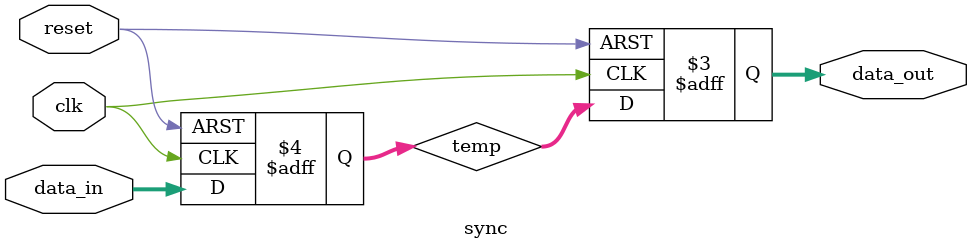
<source format=v>

module sync #(
	parameter  DATA_WIDTH = 4
	)
	(
		input reset, clk,
		input [DATA_WIDTH-1:0] data_in,
		output reg [DATA_WIDTH-1:0] data_out
	);

/////////////////////////////////////////////////////////////////////////
// Parameter Declarations


	reg [DATA_WIDTH-1:0] temp;

always @(posedge clk or posedge reset) begin
	if(reset) begin
		temp <= 0;
	end else begin
		temp <= data_in;
	end
end

always @(posedge clk or posedge reset) begin
	if(reset) begin
		data_out <= 0;
	end else begin
		data_out <= temp;
	end
end

endmodule
</source>
